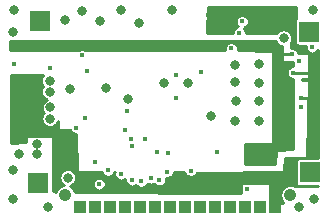
<source format=gbr>
G04 #@! TF.GenerationSoftware,KiCad,Pcbnew,(5.1.6)-1*
G04 #@! TF.CreationDate,2021-09-25T22:06:40+02:00*
G04 #@! TF.ProjectId,nrfmodule,6e72666d-6f64-4756-9c65-2e6b69636164,rev?*
G04 #@! TF.SameCoordinates,Original*
G04 #@! TF.FileFunction,Copper,L2,Inr*
G04 #@! TF.FilePolarity,Positive*
%FSLAX46Y46*%
G04 Gerber Fmt 4.6, Leading zero omitted, Abs format (unit mm)*
G04 Created by KiCad (PCBNEW (5.1.6)-1) date 2021-09-25 22:06:40*
%MOMM*%
%LPD*%
G01*
G04 APERTURE LIST*
G04 #@! TA.AperFunction,ViaPad*
%ADD10R,1.725000X1.725000*%
G04 #@! TD*
G04 #@! TA.AperFunction,ViaPad*
%ADD11C,1.067000*%
G04 #@! TD*
G04 #@! TA.AperFunction,ViaPad*
%ADD12C,0.813000*%
G04 #@! TD*
G04 #@! TA.AperFunction,ViaPad*
%ADD13R,1.016000X1.016000*%
G04 #@! TD*
G04 #@! TA.AperFunction,ViaPad*
%ADD14C,0.450000*%
G04 #@! TD*
G04 #@! TA.AperFunction,ViaPad*
%ADD15C,0.800000*%
G04 #@! TD*
G04 #@! TA.AperFunction,Conductor*
%ADD16C,0.508000*%
G04 #@! TD*
G04 #@! TA.AperFunction,Conductor*
%ADD17C,0.254000*%
G04 #@! TD*
G04 APERTURE END LIST*
D10*
G04 #@! TO.N,+5V*
G04 #@! TO.C,5V+1*
X142030000Y-107360000D03*
G04 #@! TD*
G04 #@! TO.N,GND*
G04 #@! TO.C,GND1*
X142180000Y-93700000D03*
G04 #@! TD*
G04 #@! TO.N,RXNRF*
G04 #@! TO.C,RX1*
X165060000Y-106460000D03*
G04 #@! TD*
G04 #@! TO.N,TXNRF*
G04 #@! TO.C,TX1*
X165000000Y-94560000D03*
G04 #@! TD*
D11*
G04 #@! TO.N,N/C*
G04 #@! TO.C,Edge_Connect1*
X144370000Y-108399000D03*
D12*
X142871000Y-109390000D03*
X164182000Y-109390000D03*
D11*
X163420000Y-108399000D03*
D13*
G04 #@! TO.N,GND*
X145640000Y-109390000D03*
G04 #@! TO.N,Net-(Edge_Connect1-Pad13)*
X146910000Y-109390000D03*
G04 #@! TO.N,Net-(Edge_Connect1-Pad12)*
X148180000Y-109390000D03*
G04 #@! TO.N,Net-(Edge_Connect1-Pad11)*
X149450000Y-109390000D03*
G04 #@! TO.N,TX2*
X150720000Y-109390000D03*
G04 #@! TO.N,RX2*
X151990000Y-109390000D03*
G04 #@! TO.N,TX1*
X153260000Y-109390000D03*
G04 #@! TO.N,RX1*
X154530000Y-109390000D03*
G04 #@! TO.N,SWO*
X155800000Y-109390000D03*
G04 #@! TO.N,SWDIO*
X157070000Y-109390000D03*
G04 #@! TO.N,SWDCLK*
X158340000Y-109390000D03*
G04 #@! TO.N,NRESET*
X159610000Y-109390000D03*
G04 #@! TO.N,+1V8*
X160880000Y-109390000D03*
G04 #@! TO.N,VCC*
X162150000Y-109390000D03*
G04 #@! TD*
D14*
G04 #@! TO.N,GND*
X159760000Y-107900000D03*
G04 #@! TO.N,VCC*
X156470000Y-93120000D03*
D15*
X140280000Y-102000000D03*
X140300000Y-101090000D03*
X140250000Y-99670000D03*
X140260000Y-98770000D03*
G04 #@! TO.N,GND*
X147790000Y-99350000D03*
X144720000Y-99400000D03*
X143050000Y-101920000D03*
X143100000Y-100980000D03*
X143030000Y-99640000D03*
X143030000Y-98710000D03*
D14*
X151100000Y-103650000D03*
D15*
X153390000Y-92760000D03*
X147290000Y-93630000D03*
X144320000Y-93580000D03*
X156700000Y-101720000D03*
X158750000Y-102150000D03*
D14*
X164340000Y-100970000D03*
D15*
X158770000Y-100400000D03*
X158730000Y-98850000D03*
X158740000Y-97370000D03*
X160770000Y-97320000D03*
X160770000Y-98900000D03*
X160750000Y-100470000D03*
X160760000Y-102100000D03*
X152750000Y-98880000D03*
X154780000Y-98890000D03*
X141930000Y-104100000D03*
X141920000Y-104960000D03*
D14*
X157180000Y-104730000D03*
X153000000Y-106410000D03*
D15*
X139890000Y-94600000D03*
X150580000Y-93860000D03*
X162850000Y-95100000D03*
X165410000Y-108730000D03*
X139890000Y-108710000D03*
X139960000Y-106290000D03*
X140430000Y-104900000D03*
X144570000Y-106910000D03*
X149630000Y-100300000D03*
D14*
X154970000Y-106330000D03*
D15*
X139980000Y-92700000D03*
X145740000Y-92810000D03*
X149090000Y-92740000D03*
X165330000Y-92740000D03*
D14*
X149060000Y-106620000D03*
X146880000Y-105620000D03*
X150800000Y-107240000D03*
X165260000Y-95870000D03*
X143050000Y-97620000D03*
X140020000Y-97290000D03*
X159340000Y-93700000D03*
G04 #@! TO.N,VCC*
X164290000Y-100190000D03*
X163642001Y-98030000D03*
X156690000Y-93580000D03*
X156940000Y-93990000D03*
X162150000Y-108150000D03*
G04 #@! TO.N,+1V8*
X140690000Y-95810000D03*
X140000000Y-95820000D03*
X163550000Y-96490000D03*
G04 #@! TO.N,SIM1.8v*
X147980000Y-106315002D03*
X147238989Y-107475769D03*
G04 #@! TO.N,TX2*
X145290000Y-102680000D03*
X159085002Y-94651186D03*
G04 #@! TO.N,RX2*
X146000000Y-101840000D03*
X158415496Y-95981870D03*
G04 #@! TO.N,TX1*
X155880000Y-98000000D03*
G04 #@! TO.N,RX1*
X153697910Y-98206828D03*
X153699675Y-100166134D03*
X153054302Y-104855002D03*
X152330244Y-107111059D03*
G04 #@! TO.N,Net-(NRF91-Pad61)*
X145800000Y-96570000D03*
G04 #@! TO.N,DATSIM*
X149447907Y-102881208D03*
G04 #@! TO.N,CLKSIM*
X149923707Y-103626168D03*
X149580000Y-101270000D03*
X149990000Y-107120814D03*
G04 #@! TO.N,RSTSIM*
X149962699Y-104275000D03*
X152104351Y-104729349D03*
X151643240Y-106971085D03*
G04 #@! TO.N,RXNRF*
X164160000Y-97075002D03*
G04 #@! TO.N,Net-(NRF91-Pad67)*
X146225000Y-97875000D03*
G04 #@! TO.N,+1V8*
X163650000Y-101760000D03*
G04 #@! TD*
D16*
G04 #@! TO.N,VCC*
X162150000Y-109390000D02*
X162150000Y-108150000D01*
D17*
X163642001Y-98030000D02*
X165130000Y-98030000D01*
X164290000Y-100190000D02*
X164980000Y-100190000D01*
D16*
X162150000Y-108150000D02*
X162150000Y-108150000D01*
D17*
G04 #@! TO.N,+1V8*
X163550000Y-96490000D02*
X162740000Y-96490000D01*
X162740000Y-96490000D02*
X162550000Y-96680000D01*
G04 #@! TD*
G04 #@! TO.N,VCC*
G36*
X142385741Y-98365636D02*
G01*
X142330938Y-98497942D01*
X142303000Y-98638397D01*
X142303000Y-98781603D01*
X142330938Y-98922058D01*
X142385741Y-99054364D01*
X142465302Y-99173436D01*
X142466866Y-99175000D01*
X142465302Y-99176564D01*
X142385741Y-99295636D01*
X142330938Y-99427942D01*
X142303000Y-99568397D01*
X142303000Y-99711603D01*
X142330938Y-99852058D01*
X142385741Y-99984364D01*
X142465302Y-100103436D01*
X142566564Y-100204698D01*
X142685636Y-100284259D01*
X142782780Y-100324497D01*
X142755636Y-100335741D01*
X142636564Y-100415302D01*
X142535302Y-100516564D01*
X142455741Y-100635636D01*
X142400938Y-100767942D01*
X142373000Y-100908397D01*
X142373000Y-101051603D01*
X142400938Y-101192058D01*
X142455741Y-101324364D01*
X142520533Y-101421333D01*
X142485302Y-101456564D01*
X142405741Y-101575636D01*
X142350938Y-101707942D01*
X142323000Y-101848397D01*
X142323000Y-101991603D01*
X142350938Y-102132058D01*
X142405741Y-102264364D01*
X142485302Y-102383436D01*
X142586564Y-102484698D01*
X142705636Y-102564259D01*
X142837942Y-102619062D01*
X142978397Y-102647000D01*
X143121603Y-102647000D01*
X143262058Y-102619062D01*
X143394364Y-102564259D01*
X143513436Y-102484698D01*
X143614698Y-102383436D01*
X143694259Y-102264364D01*
X143749062Y-102132058D01*
X143752478Y-102114883D01*
X143762055Y-103412525D01*
X142155669Y-103406576D01*
X142142058Y-103400938D01*
X142001603Y-103373000D01*
X141858397Y-103373000D01*
X141717942Y-103400938D01*
X141708331Y-103404919D01*
X141190470Y-103403001D01*
X141165685Y-103405349D01*
X141141834Y-103412488D01*
X141119834Y-103424143D01*
X141100531Y-103439865D01*
X141084665Y-103459052D01*
X141072848Y-103480965D01*
X141065533Y-103504762D01*
X141063022Y-103527649D01*
X141055301Y-103944599D01*
X139758203Y-103961336D01*
X139766995Y-103016181D01*
X139767000Y-103015000D01*
X139767000Y-102777890D01*
X139786997Y-99763342D01*
X139787000Y-99762500D01*
X139787000Y-98247000D01*
X142465011Y-98247000D01*
X142385741Y-98365636D01*
G37*
X142385741Y-98365636D02*
X142330938Y-98497942D01*
X142303000Y-98638397D01*
X142303000Y-98781603D01*
X142330938Y-98922058D01*
X142385741Y-99054364D01*
X142465302Y-99173436D01*
X142466866Y-99175000D01*
X142465302Y-99176564D01*
X142385741Y-99295636D01*
X142330938Y-99427942D01*
X142303000Y-99568397D01*
X142303000Y-99711603D01*
X142330938Y-99852058D01*
X142385741Y-99984364D01*
X142465302Y-100103436D01*
X142566564Y-100204698D01*
X142685636Y-100284259D01*
X142782780Y-100324497D01*
X142755636Y-100335741D01*
X142636564Y-100415302D01*
X142535302Y-100516564D01*
X142455741Y-100635636D01*
X142400938Y-100767942D01*
X142373000Y-100908397D01*
X142373000Y-101051603D01*
X142400938Y-101192058D01*
X142455741Y-101324364D01*
X142520533Y-101421333D01*
X142485302Y-101456564D01*
X142405741Y-101575636D01*
X142350938Y-101707942D01*
X142323000Y-101848397D01*
X142323000Y-101991603D01*
X142350938Y-102132058D01*
X142405741Y-102264364D01*
X142485302Y-102383436D01*
X142586564Y-102484698D01*
X142705636Y-102564259D01*
X142837942Y-102619062D01*
X142978397Y-102647000D01*
X143121603Y-102647000D01*
X143262058Y-102619062D01*
X143394364Y-102564259D01*
X143513436Y-102484698D01*
X143614698Y-102383436D01*
X143694259Y-102264364D01*
X143749062Y-102132058D01*
X143752478Y-102114883D01*
X143762055Y-103412525D01*
X142155669Y-103406576D01*
X142142058Y-103400938D01*
X142001603Y-103373000D01*
X141858397Y-103373000D01*
X141717942Y-103400938D01*
X141708331Y-103404919D01*
X141190470Y-103403001D01*
X141165685Y-103405349D01*
X141141834Y-103412488D01*
X141119834Y-103424143D01*
X141100531Y-103439865D01*
X141084665Y-103459052D01*
X141072848Y-103480965D01*
X141065533Y-103504762D01*
X141063022Y-103527649D01*
X141055301Y-103944599D01*
X139758203Y-103961336D01*
X139766995Y-103016181D01*
X139767000Y-103015000D01*
X139767000Y-102777890D01*
X139786997Y-99763342D01*
X139787000Y-99762500D01*
X139787000Y-98247000D01*
X142465011Y-98247000D01*
X142385741Y-98365636D01*
G36*
X163905868Y-93464573D02*
G01*
X163905157Y-93465157D01*
X163864294Y-93514950D01*
X163833930Y-93571757D01*
X163815232Y-93633397D01*
X163808918Y-93697500D01*
X163808918Y-95422500D01*
X163815232Y-95486603D01*
X163833930Y-95548243D01*
X163864294Y-95605050D01*
X163905157Y-95654843D01*
X163954950Y-95695706D01*
X164011757Y-95726070D01*
X164073397Y-95744768D01*
X164137500Y-95751082D01*
X164720840Y-95751082D01*
X164708000Y-95815633D01*
X164708000Y-95924367D01*
X164729213Y-96031012D01*
X164770824Y-96131470D01*
X164831234Y-96221880D01*
X164908120Y-96298766D01*
X164998530Y-96359176D01*
X165098988Y-96400787D01*
X165205633Y-96422000D01*
X165314367Y-96422000D01*
X165421012Y-96400787D01*
X165521470Y-96359176D01*
X165611880Y-96298766D01*
X165688766Y-96221880D01*
X165749176Y-96131470D01*
X165771001Y-96078780D01*
X165771000Y-105268918D01*
X164197500Y-105268918D01*
X164133397Y-105275232D01*
X164071757Y-105293930D01*
X164014950Y-105324294D01*
X163965157Y-105365157D01*
X163924294Y-105414950D01*
X163893930Y-105471757D01*
X163875232Y-105533397D01*
X163868918Y-105597500D01*
X163868918Y-107322500D01*
X163875232Y-107386603D01*
X163893930Y-107448243D01*
X163924294Y-107505050D01*
X163965157Y-107554843D01*
X164014950Y-107595706D01*
X164071757Y-107626070D01*
X164133397Y-107644768D01*
X164197500Y-107651082D01*
X165771000Y-107651082D01*
X165771000Y-107663000D01*
X163867358Y-107663000D01*
X163827600Y-107636434D01*
X163670999Y-107571568D01*
X163504752Y-107538500D01*
X163335248Y-107538500D01*
X163169001Y-107571568D01*
X163012400Y-107636434D01*
X162972022Y-107663414D01*
X162951447Y-107665440D01*
X162927622Y-107672667D01*
X162905666Y-107684403D01*
X162886420Y-107700197D01*
X162870626Y-107719443D01*
X162858890Y-107741399D01*
X162858115Y-107743954D01*
X162751606Y-107850463D01*
X162657434Y-107991400D01*
X162592568Y-108148001D01*
X162559500Y-108314248D01*
X162559500Y-108483752D01*
X162592568Y-108649999D01*
X162657434Y-108806600D01*
X162751606Y-108947537D01*
X162829493Y-109025424D01*
X162828287Y-109101000D01*
X161716582Y-109101000D01*
X161716582Y-108882000D01*
X161710268Y-108817897D01*
X161707000Y-108807124D01*
X161707000Y-107510000D01*
X161704560Y-107485224D01*
X161697333Y-107461399D01*
X161685597Y-107439443D01*
X161669803Y-107420197D01*
X161650557Y-107404403D01*
X161628601Y-107392667D01*
X161604776Y-107385440D01*
X161581708Y-107383011D01*
X159874947Y-107360050D01*
X159814367Y-107348000D01*
X159705633Y-107348000D01*
X159659616Y-107357153D01*
X159351708Y-107353011D01*
X159326901Y-107355118D01*
X159302982Y-107362024D01*
X159280869Y-107373464D01*
X159261414Y-107388998D01*
X159245362Y-107408029D01*
X159233332Y-107429825D01*
X159225785Y-107453550D01*
X159223021Y-107477697D01*
X159217185Y-107799455D01*
X159208000Y-107845633D01*
X159208000Y-107954367D01*
X159213843Y-107983742D01*
X159210249Y-108181909D01*
X145179340Y-108104324D01*
X145132566Y-107991400D01*
X145038394Y-107850463D01*
X144918537Y-107730606D01*
X144777600Y-107636434D01*
X144734403Y-107618541D01*
X144782058Y-107609062D01*
X144914364Y-107554259D01*
X145033436Y-107474698D01*
X145086732Y-107421402D01*
X146686989Y-107421402D01*
X146686989Y-107530136D01*
X146708202Y-107636781D01*
X146749813Y-107737239D01*
X146810223Y-107827649D01*
X146887109Y-107904535D01*
X146977519Y-107964945D01*
X147077977Y-108006556D01*
X147184622Y-108027769D01*
X147293356Y-108027769D01*
X147400001Y-108006556D01*
X147500459Y-107964945D01*
X147590869Y-107904535D01*
X147667755Y-107827649D01*
X147728165Y-107737239D01*
X147769776Y-107636781D01*
X147790989Y-107530136D01*
X147790989Y-107421402D01*
X147769776Y-107314757D01*
X147728165Y-107214299D01*
X147667755Y-107123889D01*
X147590869Y-107047003D01*
X147500459Y-106986593D01*
X147400001Y-106944982D01*
X147293356Y-106923769D01*
X147184622Y-106923769D01*
X147077977Y-106944982D01*
X146977519Y-106986593D01*
X146887109Y-107047003D01*
X146810223Y-107123889D01*
X146749813Y-107214299D01*
X146708202Y-107314757D01*
X146686989Y-107421402D01*
X145086732Y-107421402D01*
X145134698Y-107373436D01*
X145214259Y-107254364D01*
X145269062Y-107122058D01*
X145297000Y-106981603D01*
X145297000Y-106838397D01*
X145269062Y-106697942D01*
X145214259Y-106565636D01*
X145134698Y-106446564D01*
X145033436Y-106345302D01*
X144914364Y-106265741D01*
X144782058Y-106210938D01*
X144641603Y-106183000D01*
X144498397Y-106183000D01*
X144357942Y-106210938D01*
X144225636Y-106265741D01*
X144106564Y-106345302D01*
X144005302Y-106446564D01*
X143925741Y-106565636D01*
X143870938Y-106697942D01*
X143843000Y-106838397D01*
X143843000Y-106981603D01*
X143870938Y-107122058D01*
X143925741Y-107254364D01*
X144005302Y-107373436D01*
X144106564Y-107474698D01*
X144221136Y-107551252D01*
X144119001Y-107571568D01*
X143962400Y-107636434D01*
X143821463Y-107730606D01*
X143701606Y-107850463D01*
X143607434Y-107991400D01*
X143564359Y-108095393D01*
X143294656Y-108093902D01*
X143299477Y-103499933D01*
X143297063Y-103475154D01*
X143293780Y-103462190D01*
X143112779Y-102878415D01*
X144780344Y-102892028D01*
X144800824Y-102941470D01*
X144861234Y-103031880D01*
X144938120Y-103108766D01*
X145028530Y-103169176D01*
X145128988Y-103210787D01*
X145235633Y-103232000D01*
X145270790Y-103232000D01*
X145323018Y-106322146D01*
X145325877Y-106346878D01*
X145333505Y-106370577D01*
X145345611Y-106392332D01*
X145361728Y-106411307D01*
X145381237Y-106426774D01*
X145403389Y-106438137D01*
X145427332Y-106444961D01*
X145449455Y-106446999D01*
X147445144Y-106455558D01*
X147449213Y-106476014D01*
X147490824Y-106576472D01*
X147551234Y-106666882D01*
X147628120Y-106743768D01*
X147718530Y-106804178D01*
X147818988Y-106845789D01*
X147925633Y-106867002D01*
X148034367Y-106867002D01*
X148141012Y-106845789D01*
X148241470Y-106804178D01*
X148331880Y-106743768D01*
X148408766Y-106666882D01*
X148469176Y-106576472D01*
X148510787Y-106476014D01*
X148513944Y-106460142D01*
X148528971Y-106460206D01*
X148508000Y-106565633D01*
X148508000Y-106674367D01*
X148529213Y-106781012D01*
X148570824Y-106881470D01*
X148631234Y-106971880D01*
X148708120Y-107048766D01*
X148798530Y-107109176D01*
X148898988Y-107150787D01*
X149005633Y-107172000D01*
X149114367Y-107172000D01*
X149221012Y-107150787D01*
X149321470Y-107109176D01*
X149411880Y-107048766D01*
X149448876Y-107011770D01*
X149438000Y-107066447D01*
X149438000Y-107175181D01*
X149459213Y-107281826D01*
X149500824Y-107382284D01*
X149561234Y-107472694D01*
X149638120Y-107549580D01*
X149728530Y-107609990D01*
X149828988Y-107651601D01*
X149935633Y-107672814D01*
X150044367Y-107672814D01*
X150151012Y-107651601D01*
X150251470Y-107609990D01*
X150341880Y-107549580D01*
X150342533Y-107548927D01*
X150371234Y-107591880D01*
X150448120Y-107668766D01*
X150538530Y-107729176D01*
X150638988Y-107770787D01*
X150745633Y-107792000D01*
X150854367Y-107792000D01*
X150961012Y-107770787D01*
X151061470Y-107729176D01*
X151151880Y-107668766D01*
X151228766Y-107591880D01*
X151289176Y-107501470D01*
X151322617Y-107420736D01*
X151381770Y-107460261D01*
X151482228Y-107501872D01*
X151588873Y-107523085D01*
X151697607Y-107523085D01*
X151804252Y-107501872D01*
X151900777Y-107461890D01*
X151901478Y-107462939D01*
X151978364Y-107539825D01*
X152068774Y-107600235D01*
X152169232Y-107641846D01*
X152275877Y-107663059D01*
X152384611Y-107663059D01*
X152491256Y-107641846D01*
X152591714Y-107600235D01*
X152682124Y-107539825D01*
X152759010Y-107462939D01*
X152819420Y-107372529D01*
X152861031Y-107272071D01*
X152882244Y-107165426D01*
X152882244Y-107056692D01*
X152861031Y-106950047D01*
X152858830Y-106944734D01*
X152945633Y-106962000D01*
X153054367Y-106962000D01*
X153161012Y-106940787D01*
X153261470Y-106899176D01*
X153351880Y-106838766D01*
X153428766Y-106761880D01*
X153489176Y-106671470D01*
X153530787Y-106571012D01*
X153548545Y-106481734D01*
X154438126Y-106485550D01*
X154439213Y-106491012D01*
X154480824Y-106591470D01*
X154541234Y-106681880D01*
X154618120Y-106758766D01*
X154708530Y-106819176D01*
X154808988Y-106860787D01*
X154915633Y-106882000D01*
X155024367Y-106882000D01*
X155131012Y-106860787D01*
X155231470Y-106819176D01*
X155321880Y-106758766D01*
X155398766Y-106681880D01*
X155459176Y-106591470D01*
X155500787Y-106491012D01*
X155500967Y-106490108D01*
X159340050Y-106506573D01*
X159364837Y-106504239D01*
X159388692Y-106497114D01*
X159410699Y-106485472D01*
X159430012Y-106469761D01*
X159445888Y-106450584D01*
X159453391Y-106436691D01*
X162439732Y-106428532D01*
X162464502Y-106426024D01*
X162488306Y-106418731D01*
X162490543Y-106417528D01*
X162755013Y-106420254D01*
X162779813Y-106418070D01*
X162803711Y-106411088D01*
X162825787Y-106399579D01*
X162845194Y-106383985D01*
X162861186Y-106364903D01*
X162873147Y-106343069D01*
X162880620Y-106319320D01*
X162883189Y-106299065D01*
X162931381Y-105245716D01*
X164691351Y-105226993D01*
X164716100Y-105224289D01*
X164739846Y-105216809D01*
X164761677Y-105204840D01*
X164780753Y-105188842D01*
X164796341Y-105169430D01*
X164807843Y-105147350D01*
X164814816Y-105123450D01*
X164816958Y-105103260D01*
X164979599Y-98769839D01*
X164977796Y-98745008D01*
X164971183Y-98721006D01*
X164960014Y-98698756D01*
X164944719Y-98679111D01*
X164925886Y-98662828D01*
X164904238Y-98650533D01*
X164880607Y-98642696D01*
X164856449Y-98639636D01*
X164427000Y-98626753D01*
X164427000Y-98567000D01*
X164847636Y-98567000D01*
X164872412Y-98564560D01*
X164896237Y-98557333D01*
X164918193Y-98545597D01*
X164937439Y-98529803D01*
X164953233Y-98510557D01*
X164964969Y-98488601D01*
X164972196Y-98464776D01*
X164974631Y-98438846D01*
X164956995Y-96498846D01*
X164954329Y-96474092D01*
X164946886Y-96450335D01*
X164934951Y-96428486D01*
X164918983Y-96409385D01*
X164899595Y-96393766D01*
X164877532Y-96382230D01*
X164853643Y-96375220D01*
X164826637Y-96373045D01*
X164093414Y-96392468D01*
X164080787Y-96328988D01*
X164039176Y-96228530D01*
X163978766Y-96138120D01*
X163901880Y-96061234D01*
X163811470Y-96000824D01*
X163711012Y-95959213D01*
X163604367Y-95938000D01*
X163495633Y-95938000D01*
X163443621Y-95948346D01*
X163441195Y-95523780D01*
X163494259Y-95444364D01*
X163549062Y-95312058D01*
X163577000Y-95171603D01*
X163577000Y-95028397D01*
X163549062Y-94887942D01*
X163494259Y-94755636D01*
X163414698Y-94636564D01*
X163313436Y-94535302D01*
X163194364Y-94455741D01*
X163062058Y-94400938D01*
X162921603Y-94373000D01*
X162778397Y-94373000D01*
X162637942Y-94400938D01*
X162505636Y-94455741D01*
X162386564Y-94535302D01*
X162285302Y-94636564D01*
X162268867Y-94661160D01*
X159637002Y-94656510D01*
X159637002Y-94596819D01*
X159615789Y-94490174D01*
X159574178Y-94389716D01*
X159513768Y-94299306D01*
X159454501Y-94240039D01*
X159501012Y-94230787D01*
X159601470Y-94189176D01*
X159691880Y-94128766D01*
X159768766Y-94051880D01*
X159829176Y-93961470D01*
X159870787Y-93861012D01*
X159892000Y-93754367D01*
X159892000Y-93645633D01*
X159870787Y-93538988D01*
X159829176Y-93438530D01*
X159768766Y-93348120D01*
X159691880Y-93271234D01*
X159601470Y-93210824D01*
X159501012Y-93169213D01*
X159394367Y-93148000D01*
X159285633Y-93148000D01*
X159178988Y-93169213D01*
X159078530Y-93210824D01*
X158988120Y-93271234D01*
X158911234Y-93348120D01*
X158850824Y-93438530D01*
X158809213Y-93538988D01*
X158788000Y-93645633D01*
X158788000Y-93754367D01*
X158809213Y-93861012D01*
X158850824Y-93961470D01*
X158911234Y-94051880D01*
X158970501Y-94111147D01*
X158923990Y-94120399D01*
X158823532Y-94162010D01*
X158733122Y-94222420D01*
X158656236Y-94299306D01*
X158595826Y-94389716D01*
X158554215Y-94490174D01*
X158533002Y-94596819D01*
X158533002Y-94654560D01*
X156364674Y-94650729D01*
X156409398Y-92508422D01*
X163912203Y-92443117D01*
X163905868Y-93464573D01*
G37*
X163905868Y-93464573D02*
X163905157Y-93465157D01*
X163864294Y-93514950D01*
X163833930Y-93571757D01*
X163815232Y-93633397D01*
X163808918Y-93697500D01*
X163808918Y-95422500D01*
X163815232Y-95486603D01*
X163833930Y-95548243D01*
X163864294Y-95605050D01*
X163905157Y-95654843D01*
X163954950Y-95695706D01*
X164011757Y-95726070D01*
X164073397Y-95744768D01*
X164137500Y-95751082D01*
X164720840Y-95751082D01*
X164708000Y-95815633D01*
X164708000Y-95924367D01*
X164729213Y-96031012D01*
X164770824Y-96131470D01*
X164831234Y-96221880D01*
X164908120Y-96298766D01*
X164998530Y-96359176D01*
X165098988Y-96400787D01*
X165205633Y-96422000D01*
X165314367Y-96422000D01*
X165421012Y-96400787D01*
X165521470Y-96359176D01*
X165611880Y-96298766D01*
X165688766Y-96221880D01*
X165749176Y-96131470D01*
X165771001Y-96078780D01*
X165771000Y-105268918D01*
X164197500Y-105268918D01*
X164133397Y-105275232D01*
X164071757Y-105293930D01*
X164014950Y-105324294D01*
X163965157Y-105365157D01*
X163924294Y-105414950D01*
X163893930Y-105471757D01*
X163875232Y-105533397D01*
X163868918Y-105597500D01*
X163868918Y-107322500D01*
X163875232Y-107386603D01*
X163893930Y-107448243D01*
X163924294Y-107505050D01*
X163965157Y-107554843D01*
X164014950Y-107595706D01*
X164071757Y-107626070D01*
X164133397Y-107644768D01*
X164197500Y-107651082D01*
X165771000Y-107651082D01*
X165771000Y-107663000D01*
X163867358Y-107663000D01*
X163827600Y-107636434D01*
X163670999Y-107571568D01*
X163504752Y-107538500D01*
X163335248Y-107538500D01*
X163169001Y-107571568D01*
X163012400Y-107636434D01*
X162972022Y-107663414D01*
X162951447Y-107665440D01*
X162927622Y-107672667D01*
X162905666Y-107684403D01*
X162886420Y-107700197D01*
X162870626Y-107719443D01*
X162858890Y-107741399D01*
X162858115Y-107743954D01*
X162751606Y-107850463D01*
X162657434Y-107991400D01*
X162592568Y-108148001D01*
X162559500Y-108314248D01*
X162559500Y-108483752D01*
X162592568Y-108649999D01*
X162657434Y-108806600D01*
X162751606Y-108947537D01*
X162829493Y-109025424D01*
X162828287Y-109101000D01*
X161716582Y-109101000D01*
X161716582Y-108882000D01*
X161710268Y-108817897D01*
X161707000Y-108807124D01*
X161707000Y-107510000D01*
X161704560Y-107485224D01*
X161697333Y-107461399D01*
X161685597Y-107439443D01*
X161669803Y-107420197D01*
X161650557Y-107404403D01*
X161628601Y-107392667D01*
X161604776Y-107385440D01*
X161581708Y-107383011D01*
X159874947Y-107360050D01*
X159814367Y-107348000D01*
X159705633Y-107348000D01*
X159659616Y-107357153D01*
X159351708Y-107353011D01*
X159326901Y-107355118D01*
X159302982Y-107362024D01*
X159280869Y-107373464D01*
X159261414Y-107388998D01*
X159245362Y-107408029D01*
X159233332Y-107429825D01*
X159225785Y-107453550D01*
X159223021Y-107477697D01*
X159217185Y-107799455D01*
X159208000Y-107845633D01*
X159208000Y-107954367D01*
X159213843Y-107983742D01*
X159210249Y-108181909D01*
X145179340Y-108104324D01*
X145132566Y-107991400D01*
X145038394Y-107850463D01*
X144918537Y-107730606D01*
X144777600Y-107636434D01*
X144734403Y-107618541D01*
X144782058Y-107609062D01*
X144914364Y-107554259D01*
X145033436Y-107474698D01*
X145086732Y-107421402D01*
X146686989Y-107421402D01*
X146686989Y-107530136D01*
X146708202Y-107636781D01*
X146749813Y-107737239D01*
X146810223Y-107827649D01*
X146887109Y-107904535D01*
X146977519Y-107964945D01*
X147077977Y-108006556D01*
X147184622Y-108027769D01*
X147293356Y-108027769D01*
X147400001Y-108006556D01*
X147500459Y-107964945D01*
X147590869Y-107904535D01*
X147667755Y-107827649D01*
X147728165Y-107737239D01*
X147769776Y-107636781D01*
X147790989Y-107530136D01*
X147790989Y-107421402D01*
X147769776Y-107314757D01*
X147728165Y-107214299D01*
X147667755Y-107123889D01*
X147590869Y-107047003D01*
X147500459Y-106986593D01*
X147400001Y-106944982D01*
X147293356Y-106923769D01*
X147184622Y-106923769D01*
X147077977Y-106944982D01*
X146977519Y-106986593D01*
X146887109Y-107047003D01*
X146810223Y-107123889D01*
X146749813Y-107214299D01*
X146708202Y-107314757D01*
X146686989Y-107421402D01*
X145086732Y-107421402D01*
X145134698Y-107373436D01*
X145214259Y-107254364D01*
X145269062Y-107122058D01*
X145297000Y-106981603D01*
X145297000Y-106838397D01*
X145269062Y-106697942D01*
X145214259Y-106565636D01*
X145134698Y-106446564D01*
X145033436Y-106345302D01*
X144914364Y-106265741D01*
X144782058Y-106210938D01*
X144641603Y-106183000D01*
X144498397Y-106183000D01*
X144357942Y-106210938D01*
X144225636Y-106265741D01*
X144106564Y-106345302D01*
X144005302Y-106446564D01*
X143925741Y-106565636D01*
X143870938Y-106697942D01*
X143843000Y-106838397D01*
X143843000Y-106981603D01*
X143870938Y-107122058D01*
X143925741Y-107254364D01*
X144005302Y-107373436D01*
X144106564Y-107474698D01*
X144221136Y-107551252D01*
X144119001Y-107571568D01*
X143962400Y-107636434D01*
X143821463Y-107730606D01*
X143701606Y-107850463D01*
X143607434Y-107991400D01*
X143564359Y-108095393D01*
X143294656Y-108093902D01*
X143299477Y-103499933D01*
X143297063Y-103475154D01*
X143293780Y-103462190D01*
X143112779Y-102878415D01*
X144780344Y-102892028D01*
X144800824Y-102941470D01*
X144861234Y-103031880D01*
X144938120Y-103108766D01*
X145028530Y-103169176D01*
X145128988Y-103210787D01*
X145235633Y-103232000D01*
X145270790Y-103232000D01*
X145323018Y-106322146D01*
X145325877Y-106346878D01*
X145333505Y-106370577D01*
X145345611Y-106392332D01*
X145361728Y-106411307D01*
X145381237Y-106426774D01*
X145403389Y-106438137D01*
X145427332Y-106444961D01*
X145449455Y-106446999D01*
X147445144Y-106455558D01*
X147449213Y-106476014D01*
X147490824Y-106576472D01*
X147551234Y-106666882D01*
X147628120Y-106743768D01*
X147718530Y-106804178D01*
X147818988Y-106845789D01*
X147925633Y-106867002D01*
X148034367Y-106867002D01*
X148141012Y-106845789D01*
X148241470Y-106804178D01*
X148331880Y-106743768D01*
X148408766Y-106666882D01*
X148469176Y-106576472D01*
X148510787Y-106476014D01*
X148513944Y-106460142D01*
X148528971Y-106460206D01*
X148508000Y-106565633D01*
X148508000Y-106674367D01*
X148529213Y-106781012D01*
X148570824Y-106881470D01*
X148631234Y-106971880D01*
X148708120Y-107048766D01*
X148798530Y-107109176D01*
X148898988Y-107150787D01*
X149005633Y-107172000D01*
X149114367Y-107172000D01*
X149221012Y-107150787D01*
X149321470Y-107109176D01*
X149411880Y-107048766D01*
X149448876Y-107011770D01*
X149438000Y-107066447D01*
X149438000Y-107175181D01*
X149459213Y-107281826D01*
X149500824Y-107382284D01*
X149561234Y-107472694D01*
X149638120Y-107549580D01*
X149728530Y-107609990D01*
X149828988Y-107651601D01*
X149935633Y-107672814D01*
X150044367Y-107672814D01*
X150151012Y-107651601D01*
X150251470Y-107609990D01*
X150341880Y-107549580D01*
X150342533Y-107548927D01*
X150371234Y-107591880D01*
X150448120Y-107668766D01*
X150538530Y-107729176D01*
X150638988Y-107770787D01*
X150745633Y-107792000D01*
X150854367Y-107792000D01*
X150961012Y-107770787D01*
X151061470Y-107729176D01*
X151151880Y-107668766D01*
X151228766Y-107591880D01*
X151289176Y-107501470D01*
X151322617Y-107420736D01*
X151381770Y-107460261D01*
X151482228Y-107501872D01*
X151588873Y-107523085D01*
X151697607Y-107523085D01*
X151804252Y-107501872D01*
X151900777Y-107461890D01*
X151901478Y-107462939D01*
X151978364Y-107539825D01*
X152068774Y-107600235D01*
X152169232Y-107641846D01*
X152275877Y-107663059D01*
X152384611Y-107663059D01*
X152491256Y-107641846D01*
X152591714Y-107600235D01*
X152682124Y-107539825D01*
X152759010Y-107462939D01*
X152819420Y-107372529D01*
X152861031Y-107272071D01*
X152882244Y-107165426D01*
X152882244Y-107056692D01*
X152861031Y-106950047D01*
X152858830Y-106944734D01*
X152945633Y-106962000D01*
X153054367Y-106962000D01*
X153161012Y-106940787D01*
X153261470Y-106899176D01*
X153351880Y-106838766D01*
X153428766Y-106761880D01*
X153489176Y-106671470D01*
X153530787Y-106571012D01*
X153548545Y-106481734D01*
X154438126Y-106485550D01*
X154439213Y-106491012D01*
X154480824Y-106591470D01*
X154541234Y-106681880D01*
X154618120Y-106758766D01*
X154708530Y-106819176D01*
X154808988Y-106860787D01*
X154915633Y-106882000D01*
X155024367Y-106882000D01*
X155131012Y-106860787D01*
X155231470Y-106819176D01*
X155321880Y-106758766D01*
X155398766Y-106681880D01*
X155459176Y-106591470D01*
X155500787Y-106491012D01*
X155500967Y-106490108D01*
X159340050Y-106506573D01*
X159364837Y-106504239D01*
X159388692Y-106497114D01*
X159410699Y-106485472D01*
X159430012Y-106469761D01*
X159445888Y-106450584D01*
X159453391Y-106436691D01*
X162439732Y-106428532D01*
X162464502Y-106426024D01*
X162488306Y-106418731D01*
X162490543Y-106417528D01*
X162755013Y-106420254D01*
X162779813Y-106418070D01*
X162803711Y-106411088D01*
X162825787Y-106399579D01*
X162845194Y-106383985D01*
X162861186Y-106364903D01*
X162873147Y-106343069D01*
X162880620Y-106319320D01*
X162883189Y-106299065D01*
X162931381Y-105245716D01*
X164691351Y-105226993D01*
X164716100Y-105224289D01*
X164739846Y-105216809D01*
X164761677Y-105204840D01*
X164780753Y-105188842D01*
X164796341Y-105169430D01*
X164807843Y-105147350D01*
X164814816Y-105123450D01*
X164816958Y-105103260D01*
X164979599Y-98769839D01*
X164977796Y-98745008D01*
X164971183Y-98721006D01*
X164960014Y-98698756D01*
X164944719Y-98679111D01*
X164925886Y-98662828D01*
X164904238Y-98650533D01*
X164880607Y-98642696D01*
X164856449Y-98639636D01*
X164427000Y-98626753D01*
X164427000Y-98567000D01*
X164847636Y-98567000D01*
X164872412Y-98564560D01*
X164896237Y-98557333D01*
X164918193Y-98545597D01*
X164937439Y-98529803D01*
X164953233Y-98510557D01*
X164964969Y-98488601D01*
X164972196Y-98464776D01*
X164974631Y-98438846D01*
X164956995Y-96498846D01*
X164954329Y-96474092D01*
X164946886Y-96450335D01*
X164934951Y-96428486D01*
X164918983Y-96409385D01*
X164899595Y-96393766D01*
X164877532Y-96382230D01*
X164853643Y-96375220D01*
X164826637Y-96373045D01*
X164093414Y-96392468D01*
X164080787Y-96328988D01*
X164039176Y-96228530D01*
X163978766Y-96138120D01*
X163901880Y-96061234D01*
X163811470Y-96000824D01*
X163711012Y-95959213D01*
X163604367Y-95938000D01*
X163495633Y-95938000D01*
X163443621Y-95948346D01*
X163441195Y-95523780D01*
X163494259Y-95444364D01*
X163549062Y-95312058D01*
X163577000Y-95171603D01*
X163577000Y-95028397D01*
X163549062Y-94887942D01*
X163494259Y-94755636D01*
X163414698Y-94636564D01*
X163313436Y-94535302D01*
X163194364Y-94455741D01*
X163062058Y-94400938D01*
X162921603Y-94373000D01*
X162778397Y-94373000D01*
X162637942Y-94400938D01*
X162505636Y-94455741D01*
X162386564Y-94535302D01*
X162285302Y-94636564D01*
X162268867Y-94661160D01*
X159637002Y-94656510D01*
X159637002Y-94596819D01*
X159615789Y-94490174D01*
X159574178Y-94389716D01*
X159513768Y-94299306D01*
X159454501Y-94240039D01*
X159501012Y-94230787D01*
X159601470Y-94189176D01*
X159691880Y-94128766D01*
X159768766Y-94051880D01*
X159829176Y-93961470D01*
X159870787Y-93861012D01*
X159892000Y-93754367D01*
X159892000Y-93645633D01*
X159870787Y-93538988D01*
X159829176Y-93438530D01*
X159768766Y-93348120D01*
X159691880Y-93271234D01*
X159601470Y-93210824D01*
X159501012Y-93169213D01*
X159394367Y-93148000D01*
X159285633Y-93148000D01*
X159178988Y-93169213D01*
X159078530Y-93210824D01*
X158988120Y-93271234D01*
X158911234Y-93348120D01*
X158850824Y-93438530D01*
X158809213Y-93538988D01*
X158788000Y-93645633D01*
X158788000Y-93754367D01*
X158809213Y-93861012D01*
X158850824Y-93961470D01*
X158911234Y-94051880D01*
X158970501Y-94111147D01*
X158923990Y-94120399D01*
X158823532Y-94162010D01*
X158733122Y-94222420D01*
X158656236Y-94299306D01*
X158595826Y-94389716D01*
X158554215Y-94490174D01*
X158533002Y-94596819D01*
X158533002Y-94654560D01*
X156364674Y-94650729D01*
X156409398Y-92508422D01*
X163912203Y-92443117D01*
X163905868Y-93464573D01*
G04 #@! TO.N,+1V8*
G36*
X162165165Y-95346404D02*
G01*
X162205741Y-95444364D01*
X162285302Y-95563436D01*
X162386564Y-95664698D01*
X162505636Y-95744259D01*
X162637942Y-95799062D01*
X162733000Y-95817970D01*
X162733000Y-96990000D01*
X162735440Y-97014776D01*
X162742667Y-97038601D01*
X162754403Y-97060557D01*
X162770197Y-97079803D01*
X162789443Y-97095597D01*
X162811399Y-97107333D01*
X162835224Y-97114560D01*
X162864185Y-97116931D01*
X163608000Y-97092410D01*
X163608000Y-97129369D01*
X163629213Y-97236014D01*
X163643808Y-97271250D01*
X163644346Y-97478000D01*
X163587634Y-97478000D01*
X163480989Y-97499213D01*
X163380531Y-97540824D01*
X163290121Y-97601234D01*
X163213235Y-97678120D01*
X163152825Y-97768530D01*
X163111214Y-97868988D01*
X163090001Y-97975633D01*
X163090001Y-98084367D01*
X163111214Y-98191012D01*
X163152825Y-98291470D01*
X163213235Y-98381880D01*
X163290121Y-98458766D01*
X163380531Y-98519176D01*
X163480989Y-98560787D01*
X163587634Y-98582000D01*
X163647217Y-98582000D01*
X163662678Y-104526394D01*
X162306569Y-104563046D01*
X162281867Y-104566155D01*
X162258247Y-104574023D01*
X162236615Y-104586348D01*
X162217804Y-104602656D01*
X162202536Y-104622321D01*
X162191397Y-104644587D01*
X162184816Y-104668598D01*
X162183067Y-104685872D01*
X162147091Y-105792137D01*
X159539974Y-105773906D01*
X159579073Y-104097000D01*
X161825000Y-104097000D01*
X161849776Y-104094560D01*
X161873601Y-104087333D01*
X161895557Y-104075597D01*
X161914803Y-104059803D01*
X161930597Y-104040557D01*
X161942333Y-104018601D01*
X161949560Y-103994776D01*
X161952000Y-103970083D01*
X161957000Y-96290083D01*
X161954576Y-96265305D01*
X161947364Y-96241476D01*
X161935643Y-96219511D01*
X161919861Y-96200256D01*
X161900626Y-96184449D01*
X161878677Y-96172699D01*
X161854858Y-96165456D01*
X161830399Y-96163001D01*
X158941709Y-96153925D01*
X158946283Y-96142882D01*
X158967496Y-96036237D01*
X158967496Y-95927503D01*
X158946283Y-95820858D01*
X158904672Y-95720400D01*
X158844262Y-95629990D01*
X158767376Y-95553104D01*
X158676966Y-95492694D01*
X158576508Y-95451083D01*
X158469863Y-95429870D01*
X158361129Y-95429870D01*
X158254484Y-95451083D01*
X158154026Y-95492694D01*
X158063616Y-95553104D01*
X157986730Y-95629990D01*
X157926320Y-95720400D01*
X157884709Y-95820858D01*
X157863496Y-95927503D01*
X157863496Y-96036237D01*
X157884709Y-96142882D01*
X157887912Y-96150614D01*
X146110541Y-96113612D01*
X146061470Y-96080824D01*
X145961012Y-96039213D01*
X145854367Y-96018000D01*
X145745633Y-96018000D01*
X145638988Y-96039213D01*
X145538530Y-96080824D01*
X145492366Y-96111670D01*
X139677000Y-96093399D01*
X139677000Y-95327109D01*
X162165165Y-95346404D01*
G37*
X162165165Y-95346404D02*
X162205741Y-95444364D01*
X162285302Y-95563436D01*
X162386564Y-95664698D01*
X162505636Y-95744259D01*
X162637942Y-95799062D01*
X162733000Y-95817970D01*
X162733000Y-96990000D01*
X162735440Y-97014776D01*
X162742667Y-97038601D01*
X162754403Y-97060557D01*
X162770197Y-97079803D01*
X162789443Y-97095597D01*
X162811399Y-97107333D01*
X162835224Y-97114560D01*
X162864185Y-97116931D01*
X163608000Y-97092410D01*
X163608000Y-97129369D01*
X163629213Y-97236014D01*
X163643808Y-97271250D01*
X163644346Y-97478000D01*
X163587634Y-97478000D01*
X163480989Y-97499213D01*
X163380531Y-97540824D01*
X163290121Y-97601234D01*
X163213235Y-97678120D01*
X163152825Y-97768530D01*
X163111214Y-97868988D01*
X163090001Y-97975633D01*
X163090001Y-98084367D01*
X163111214Y-98191012D01*
X163152825Y-98291470D01*
X163213235Y-98381880D01*
X163290121Y-98458766D01*
X163380531Y-98519176D01*
X163480989Y-98560787D01*
X163587634Y-98582000D01*
X163647217Y-98582000D01*
X163662678Y-104526394D01*
X162306569Y-104563046D01*
X162281867Y-104566155D01*
X162258247Y-104574023D01*
X162236615Y-104586348D01*
X162217804Y-104602656D01*
X162202536Y-104622321D01*
X162191397Y-104644587D01*
X162184816Y-104668598D01*
X162183067Y-104685872D01*
X162147091Y-105792137D01*
X159539974Y-105773906D01*
X159579073Y-104097000D01*
X161825000Y-104097000D01*
X161849776Y-104094560D01*
X161873601Y-104087333D01*
X161895557Y-104075597D01*
X161914803Y-104059803D01*
X161930597Y-104040557D01*
X161942333Y-104018601D01*
X161949560Y-103994776D01*
X161952000Y-103970083D01*
X161957000Y-96290083D01*
X161954576Y-96265305D01*
X161947364Y-96241476D01*
X161935643Y-96219511D01*
X161919861Y-96200256D01*
X161900626Y-96184449D01*
X161878677Y-96172699D01*
X161854858Y-96165456D01*
X161830399Y-96163001D01*
X158941709Y-96153925D01*
X158946283Y-96142882D01*
X158967496Y-96036237D01*
X158967496Y-95927503D01*
X158946283Y-95820858D01*
X158904672Y-95720400D01*
X158844262Y-95629990D01*
X158767376Y-95553104D01*
X158676966Y-95492694D01*
X158576508Y-95451083D01*
X158469863Y-95429870D01*
X158361129Y-95429870D01*
X158254484Y-95451083D01*
X158154026Y-95492694D01*
X158063616Y-95553104D01*
X157986730Y-95629990D01*
X157926320Y-95720400D01*
X157884709Y-95820858D01*
X157863496Y-95927503D01*
X157863496Y-96036237D01*
X157884709Y-96142882D01*
X157887912Y-96150614D01*
X146110541Y-96113612D01*
X146061470Y-96080824D01*
X145961012Y-96039213D01*
X145854367Y-96018000D01*
X145745633Y-96018000D01*
X145638988Y-96039213D01*
X145538530Y-96080824D01*
X145492366Y-96111670D01*
X139677000Y-96093399D01*
X139677000Y-95327109D01*
X162165165Y-95346404D01*
G04 #@! TD*
M02*

</source>
